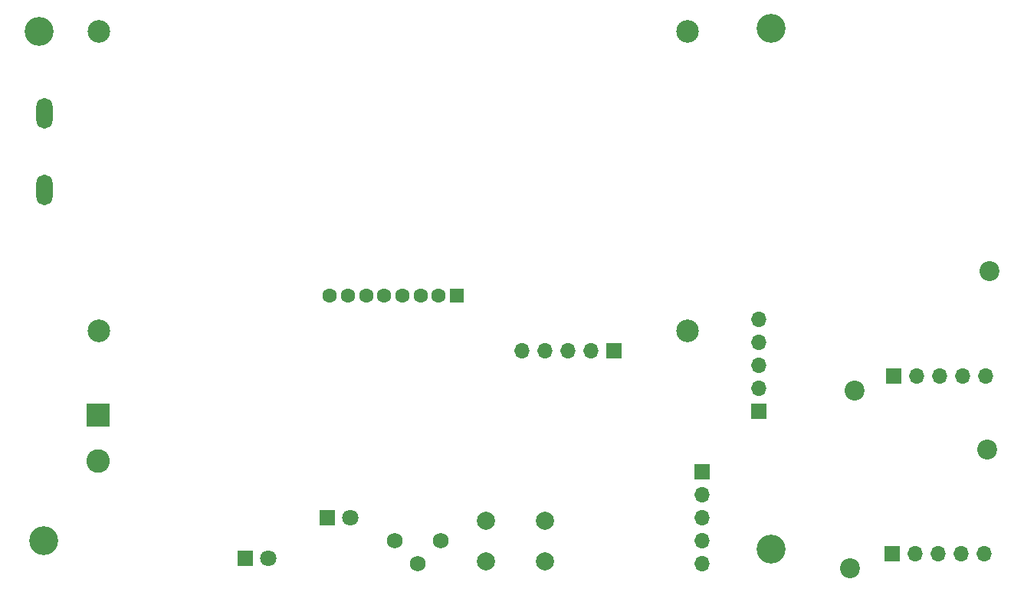
<source format=gbs>
G04 #@! TF.GenerationSoftware,KiCad,Pcbnew,(6.0.1)*
G04 #@! TF.CreationDate,2023-06-26T12:25:45-03:00*
G04 #@! TF.ProjectId,SRR-SCHEMATIC,5352522d-5343-4484-954d-415449432e6b,rev?*
G04 #@! TF.SameCoordinates,Original*
G04 #@! TF.FileFunction,Soldermask,Bot*
G04 #@! TF.FilePolarity,Negative*
%FSLAX46Y46*%
G04 Gerber Fmt 4.6, Leading zero omitted, Abs format (unit mm)*
G04 Created by KiCad (PCBNEW (6.0.1)) date 2023-06-26 12:25:45*
%MOMM*%
%LPD*%
G01*
G04 APERTURE LIST*
%ADD10R,1.700000X1.700000*%
%ADD11O,1.700000X1.700000*%
%ADD12C,2.200000*%
%ADD13R,2.600000X2.600000*%
%ADD14C,2.600000*%
%ADD15C,2.500000*%
%ADD16R,1.600000X1.600000*%
%ADD17C,1.600000*%
%ADD18O,1.800000X3.400000*%
%ADD19R,1.800000X1.800000*%
%ADD20C,1.800000*%
%ADD21C,3.200000*%
%ADD22C,2.000000*%
%ADD23C,1.750000*%
G04 APERTURE END LIST*
D10*
X200355200Y-96062800D03*
D11*
X202895200Y-96062800D03*
X205435200Y-96062800D03*
X207975200Y-96062800D03*
X210515200Y-96062800D03*
D12*
X195757800Y-97612200D03*
D13*
X112695000Y-80705000D03*
D14*
X112695000Y-85785000D03*
D15*
X112775000Y-38275000D03*
X112775000Y-71375000D03*
X177775000Y-38275000D03*
X177775000Y-71375000D03*
D16*
X152275000Y-67475000D03*
D17*
X150275000Y-67475000D03*
X148275000Y-67475000D03*
X146275000Y-67475000D03*
X144275000Y-67475000D03*
X142275000Y-67475000D03*
X140275000Y-67475000D03*
X138275000Y-67475000D03*
D18*
X106725000Y-55825000D03*
X106725000Y-47325000D03*
D19*
X128900000Y-96520000D03*
D20*
X131440000Y-96520000D03*
D21*
X106125000Y-38275000D03*
D10*
X185623200Y-80264000D03*
D11*
X185623200Y-77724000D03*
X185623200Y-75184000D03*
X185623200Y-72644000D03*
X185623200Y-70104000D03*
D21*
X187000000Y-95500000D03*
D22*
X162000000Y-92365000D03*
X155500000Y-92365000D03*
X155500000Y-96865000D03*
X162000000Y-96865000D03*
D12*
X210867500Y-84500000D03*
D10*
X169616600Y-73634200D03*
D11*
X167076600Y-73634200D03*
X164536600Y-73634200D03*
X161996600Y-73634200D03*
X159456600Y-73634200D03*
D21*
X106680000Y-94615000D03*
D10*
X200558400Y-76403200D03*
D11*
X203098400Y-76403200D03*
X205638400Y-76403200D03*
X208178400Y-76403200D03*
X210718400Y-76403200D03*
D21*
X187000000Y-37975000D03*
D12*
X211177500Y-64770000D03*
D10*
X179425600Y-86969600D03*
D11*
X179425600Y-89509600D03*
X179425600Y-92049600D03*
X179425600Y-94589600D03*
X179425600Y-97129600D03*
D23*
X150480000Y-94615000D03*
X147940000Y-97155000D03*
X145400000Y-94615000D03*
D12*
X196200000Y-78025000D03*
D19*
X137970000Y-92070000D03*
D20*
X140510000Y-92070000D03*
M02*

</source>
